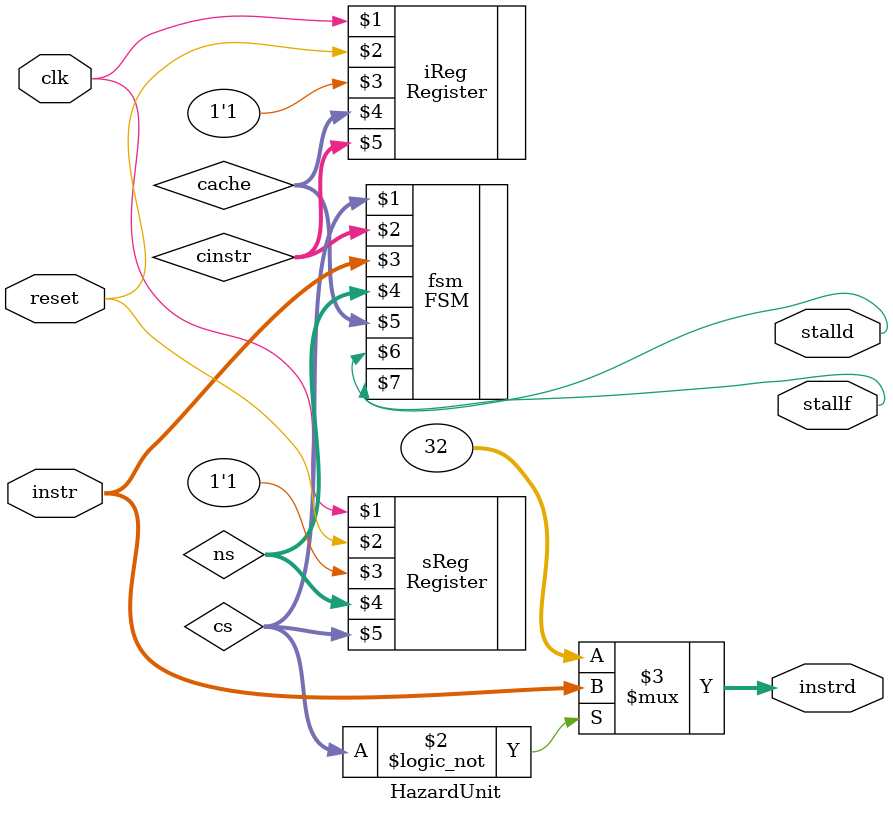
<source format=sv>
/**
 * Hazard Unit of MIPS Processor
 *
 * If hazard happens, this unit will just stall
 * for several cycles until hazard is solved.
 */
module HazardUnit(
  input  logic clk, reset,
  input  logic[31:0] instr,   // (ninstr)next instruction to run.
  output logic[31:0] instrd,  // instruction to be executed(may be nop)
  output logic stalld,
  output logic stallf
);
  /** YOUR CODE HERE */
  logic[2:0] cs;   // current state
  logic[2:0] ns;   // next state
  logic[31:0] cinstr;  // current instruction
  logic[31:0] cache;   // instruction to be cached.

  FSM fsm(
    cs,
    cinstr,
    instr,  // which is: ninstr
    ns,
    cache,
    stalld,
    stallf
  );

  Register #(3) sReg(  // state register
    clk, reset,
    1'b1,
    ns,
    cs
  );
  Register #(32) iReg( // instruction register
    clk, reset,
    1'b1,
    cache,
    cinstr
  );

  always_comb
  begin
    instrd <= (cs == 3'b000) ? instr : 32'h0000_0020;
  end
endmodule

</source>
